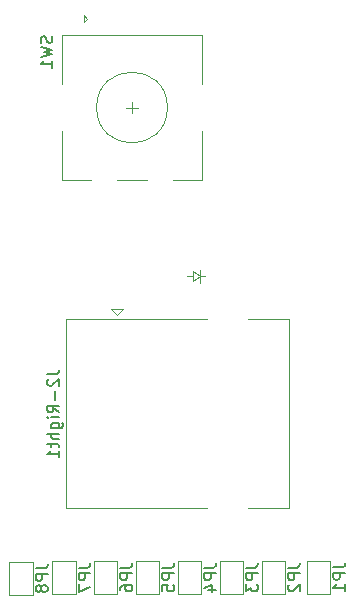
<source format=gbr>
%TF.GenerationSoftware,KiCad,Pcbnew,8.0.3*%
%TF.CreationDate,2024-07-10T08:52:34-07:00*%
%TF.ProjectId,Custom_KB_V1,43757374-6f6d-45f4-9b42-5f56312e6b69,rev?*%
%TF.SameCoordinates,Original*%
%TF.FileFunction,Legend,Bot*%
%TF.FilePolarity,Positive*%
%FSLAX46Y46*%
G04 Gerber Fmt 4.6, Leading zero omitted, Abs format (unit mm)*
G04 Created by KiCad (PCBNEW 8.0.3) date 2024-07-10 08:52:34*
%MOMM*%
%LPD*%
G01*
G04 APERTURE LIST*
%ADD10C,0.150000*%
%ADD11C,0.120000*%
%ADD12C,0.100000*%
G04 APERTURE END LIST*
D10*
X176738451Y-60435444D02*
X176786070Y-60578301D01*
X176786070Y-60578301D02*
X176786070Y-60816396D01*
X176786070Y-60816396D02*
X176738451Y-60911634D01*
X176738451Y-60911634D02*
X176690831Y-60959253D01*
X176690831Y-60959253D02*
X176595593Y-61006872D01*
X176595593Y-61006872D02*
X176500355Y-61006872D01*
X176500355Y-61006872D02*
X176405117Y-60959253D01*
X176405117Y-60959253D02*
X176357498Y-60911634D01*
X176357498Y-60911634D02*
X176309879Y-60816396D01*
X176309879Y-60816396D02*
X176262260Y-60625920D01*
X176262260Y-60625920D02*
X176214641Y-60530682D01*
X176214641Y-60530682D02*
X176167022Y-60483063D01*
X176167022Y-60483063D02*
X176071784Y-60435444D01*
X176071784Y-60435444D02*
X175976546Y-60435444D01*
X175976546Y-60435444D02*
X175881308Y-60483063D01*
X175881308Y-60483063D02*
X175833689Y-60530682D01*
X175833689Y-60530682D02*
X175786070Y-60625920D01*
X175786070Y-60625920D02*
X175786070Y-60864015D01*
X175786070Y-60864015D02*
X175833689Y-61006872D01*
X175786070Y-61340206D02*
X176786070Y-61578301D01*
X176786070Y-61578301D02*
X176071784Y-61768777D01*
X176071784Y-61768777D02*
X176786070Y-61959253D01*
X176786070Y-61959253D02*
X175786070Y-62197349D01*
X176786070Y-63102110D02*
X176786070Y-62530682D01*
X176786070Y-62816396D02*
X175786070Y-62816396D01*
X175786070Y-62816396D02*
X175928927Y-62721158D01*
X175928927Y-62721158D02*
X176024165Y-62625920D01*
X176024165Y-62625920D02*
X176071784Y-62530682D01*
X200579537Y-105393462D02*
X201293822Y-105393462D01*
X201293822Y-105393462D02*
X201436679Y-105345843D01*
X201436679Y-105345843D02*
X201531918Y-105250605D01*
X201531918Y-105250605D02*
X201579537Y-105107748D01*
X201579537Y-105107748D02*
X201579537Y-105012510D01*
X201579537Y-105869653D02*
X200579537Y-105869653D01*
X200579537Y-105869653D02*
X200579537Y-106250605D01*
X200579537Y-106250605D02*
X200627156Y-106345843D01*
X200627156Y-106345843D02*
X200674775Y-106393462D01*
X200674775Y-106393462D02*
X200770013Y-106441081D01*
X200770013Y-106441081D02*
X200912870Y-106441081D01*
X200912870Y-106441081D02*
X201008108Y-106393462D01*
X201008108Y-106393462D02*
X201055727Y-106345843D01*
X201055727Y-106345843D02*
X201103346Y-106250605D01*
X201103346Y-106250605D02*
X201103346Y-105869653D01*
X201579537Y-107393462D02*
X201579537Y-106822034D01*
X201579537Y-107107748D02*
X200579537Y-107107748D01*
X200579537Y-107107748D02*
X200722394Y-107012510D01*
X200722394Y-107012510D02*
X200817632Y-106917272D01*
X200817632Y-106917272D02*
X200865251Y-106822034D01*
X196754727Y-105441982D02*
X197469012Y-105441982D01*
X197469012Y-105441982D02*
X197611869Y-105394363D01*
X197611869Y-105394363D02*
X197707108Y-105299125D01*
X197707108Y-105299125D02*
X197754727Y-105156268D01*
X197754727Y-105156268D02*
X197754727Y-105061030D01*
X197754727Y-105918173D02*
X196754727Y-105918173D01*
X196754727Y-105918173D02*
X196754727Y-106299125D01*
X196754727Y-106299125D02*
X196802346Y-106394363D01*
X196802346Y-106394363D02*
X196849965Y-106441982D01*
X196849965Y-106441982D02*
X196945203Y-106489601D01*
X196945203Y-106489601D02*
X197088060Y-106489601D01*
X197088060Y-106489601D02*
X197183298Y-106441982D01*
X197183298Y-106441982D02*
X197230917Y-106394363D01*
X197230917Y-106394363D02*
X197278536Y-106299125D01*
X197278536Y-106299125D02*
X197278536Y-105918173D01*
X196849965Y-106870554D02*
X196802346Y-106918173D01*
X196802346Y-106918173D02*
X196754727Y-107013411D01*
X196754727Y-107013411D02*
X196754727Y-107251506D01*
X196754727Y-107251506D02*
X196802346Y-107346744D01*
X196802346Y-107346744D02*
X196849965Y-107394363D01*
X196849965Y-107394363D02*
X196945203Y-107441982D01*
X196945203Y-107441982D02*
X197040441Y-107441982D01*
X197040441Y-107441982D02*
X197183298Y-107394363D01*
X197183298Y-107394363D02*
X197754727Y-106822935D01*
X197754727Y-106822935D02*
X197754727Y-107441982D01*
X189654727Y-105441982D02*
X190369012Y-105441982D01*
X190369012Y-105441982D02*
X190511869Y-105394363D01*
X190511869Y-105394363D02*
X190607108Y-105299125D01*
X190607108Y-105299125D02*
X190654727Y-105156268D01*
X190654727Y-105156268D02*
X190654727Y-105061030D01*
X190654727Y-105918173D02*
X189654727Y-105918173D01*
X189654727Y-105918173D02*
X189654727Y-106299125D01*
X189654727Y-106299125D02*
X189702346Y-106394363D01*
X189702346Y-106394363D02*
X189749965Y-106441982D01*
X189749965Y-106441982D02*
X189845203Y-106489601D01*
X189845203Y-106489601D02*
X189988060Y-106489601D01*
X189988060Y-106489601D02*
X190083298Y-106441982D01*
X190083298Y-106441982D02*
X190130917Y-106394363D01*
X190130917Y-106394363D02*
X190178536Y-106299125D01*
X190178536Y-106299125D02*
X190178536Y-105918173D01*
X189988060Y-107346744D02*
X190654727Y-107346744D01*
X189607108Y-107108649D02*
X190321393Y-106870554D01*
X190321393Y-106870554D02*
X190321393Y-107489601D01*
X179004727Y-105441982D02*
X179719012Y-105441982D01*
X179719012Y-105441982D02*
X179861869Y-105394363D01*
X179861869Y-105394363D02*
X179957108Y-105299125D01*
X179957108Y-105299125D02*
X180004727Y-105156268D01*
X180004727Y-105156268D02*
X180004727Y-105061030D01*
X180004727Y-105918173D02*
X179004727Y-105918173D01*
X179004727Y-105918173D02*
X179004727Y-106299125D01*
X179004727Y-106299125D02*
X179052346Y-106394363D01*
X179052346Y-106394363D02*
X179099965Y-106441982D01*
X179099965Y-106441982D02*
X179195203Y-106489601D01*
X179195203Y-106489601D02*
X179338060Y-106489601D01*
X179338060Y-106489601D02*
X179433298Y-106441982D01*
X179433298Y-106441982D02*
X179480917Y-106394363D01*
X179480917Y-106394363D02*
X179528536Y-106299125D01*
X179528536Y-106299125D02*
X179528536Y-105918173D01*
X179004727Y-106822935D02*
X179004727Y-107489601D01*
X179004727Y-107489601D02*
X180004727Y-107061030D01*
X175385624Y-105489323D02*
X176099909Y-105489323D01*
X176099909Y-105489323D02*
X176242766Y-105441704D01*
X176242766Y-105441704D02*
X176338005Y-105346466D01*
X176338005Y-105346466D02*
X176385624Y-105203609D01*
X176385624Y-105203609D02*
X176385624Y-105108371D01*
X176385624Y-105965514D02*
X175385624Y-105965514D01*
X175385624Y-105965514D02*
X175385624Y-106346466D01*
X175385624Y-106346466D02*
X175433243Y-106441704D01*
X175433243Y-106441704D02*
X175480862Y-106489323D01*
X175480862Y-106489323D02*
X175576100Y-106536942D01*
X175576100Y-106536942D02*
X175718957Y-106536942D01*
X175718957Y-106536942D02*
X175814195Y-106489323D01*
X175814195Y-106489323D02*
X175861814Y-106441704D01*
X175861814Y-106441704D02*
X175909433Y-106346466D01*
X175909433Y-106346466D02*
X175909433Y-105965514D01*
X175814195Y-107108371D02*
X175766576Y-107013133D01*
X175766576Y-107013133D02*
X175718957Y-106965514D01*
X175718957Y-106965514D02*
X175623719Y-106917895D01*
X175623719Y-106917895D02*
X175576100Y-106917895D01*
X175576100Y-106917895D02*
X175480862Y-106965514D01*
X175480862Y-106965514D02*
X175433243Y-107013133D01*
X175433243Y-107013133D02*
X175385624Y-107108371D01*
X175385624Y-107108371D02*
X175385624Y-107298847D01*
X175385624Y-107298847D02*
X175433243Y-107394085D01*
X175433243Y-107394085D02*
X175480862Y-107441704D01*
X175480862Y-107441704D02*
X175576100Y-107489323D01*
X175576100Y-107489323D02*
X175623719Y-107489323D01*
X175623719Y-107489323D02*
X175718957Y-107441704D01*
X175718957Y-107441704D02*
X175766576Y-107394085D01*
X175766576Y-107394085D02*
X175814195Y-107298847D01*
X175814195Y-107298847D02*
X175814195Y-107108371D01*
X175814195Y-107108371D02*
X175861814Y-107013133D01*
X175861814Y-107013133D02*
X175909433Y-106965514D01*
X175909433Y-106965514D02*
X176004671Y-106917895D01*
X176004671Y-106917895D02*
X176195147Y-106917895D01*
X176195147Y-106917895D02*
X176290385Y-106965514D01*
X176290385Y-106965514D02*
X176338005Y-107013133D01*
X176338005Y-107013133D02*
X176385624Y-107108371D01*
X176385624Y-107108371D02*
X176385624Y-107298847D01*
X176385624Y-107298847D02*
X176338005Y-107394085D01*
X176338005Y-107394085D02*
X176290385Y-107441704D01*
X176290385Y-107441704D02*
X176195147Y-107489323D01*
X176195147Y-107489323D02*
X176004671Y-107489323D01*
X176004671Y-107489323D02*
X175909433Y-107441704D01*
X175909433Y-107441704D02*
X175861814Y-107394085D01*
X175861814Y-107394085D02*
X175814195Y-107298847D01*
X176357407Y-89046437D02*
X177071692Y-89046437D01*
X177071692Y-89046437D02*
X177214549Y-88998818D01*
X177214549Y-88998818D02*
X177309788Y-88903580D01*
X177309788Y-88903580D02*
X177357407Y-88760723D01*
X177357407Y-88760723D02*
X177357407Y-88665485D01*
X176452645Y-89475009D02*
X176405026Y-89522628D01*
X176405026Y-89522628D02*
X176357407Y-89617866D01*
X176357407Y-89617866D02*
X176357407Y-89855961D01*
X176357407Y-89855961D02*
X176405026Y-89951199D01*
X176405026Y-89951199D02*
X176452645Y-89998818D01*
X176452645Y-89998818D02*
X176547883Y-90046437D01*
X176547883Y-90046437D02*
X176643121Y-90046437D01*
X176643121Y-90046437D02*
X176785978Y-89998818D01*
X176785978Y-89998818D02*
X177357407Y-89427390D01*
X177357407Y-89427390D02*
X177357407Y-90046437D01*
X176976454Y-90475009D02*
X176976454Y-91236914D01*
X177357407Y-92284532D02*
X176881216Y-91951199D01*
X177357407Y-91713104D02*
X176357407Y-91713104D01*
X176357407Y-91713104D02*
X176357407Y-92094056D01*
X176357407Y-92094056D02*
X176405026Y-92189294D01*
X176405026Y-92189294D02*
X176452645Y-92236913D01*
X176452645Y-92236913D02*
X176547883Y-92284532D01*
X176547883Y-92284532D02*
X176690740Y-92284532D01*
X176690740Y-92284532D02*
X176785978Y-92236913D01*
X176785978Y-92236913D02*
X176833597Y-92189294D01*
X176833597Y-92189294D02*
X176881216Y-92094056D01*
X176881216Y-92094056D02*
X176881216Y-91713104D01*
X177357407Y-92713104D02*
X176690740Y-92713104D01*
X176357407Y-92713104D02*
X176405026Y-92665485D01*
X176405026Y-92665485D02*
X176452645Y-92713104D01*
X176452645Y-92713104D02*
X176405026Y-92760723D01*
X176405026Y-92760723D02*
X176357407Y-92713104D01*
X176357407Y-92713104D02*
X176452645Y-92713104D01*
X176690740Y-93617865D02*
X177500264Y-93617865D01*
X177500264Y-93617865D02*
X177595502Y-93570246D01*
X177595502Y-93570246D02*
X177643121Y-93522627D01*
X177643121Y-93522627D02*
X177690740Y-93427389D01*
X177690740Y-93427389D02*
X177690740Y-93284532D01*
X177690740Y-93284532D02*
X177643121Y-93189294D01*
X177309788Y-93617865D02*
X177357407Y-93522627D01*
X177357407Y-93522627D02*
X177357407Y-93332151D01*
X177357407Y-93332151D02*
X177309788Y-93236913D01*
X177309788Y-93236913D02*
X177262168Y-93189294D01*
X177262168Y-93189294D02*
X177166930Y-93141675D01*
X177166930Y-93141675D02*
X176881216Y-93141675D01*
X176881216Y-93141675D02*
X176785978Y-93189294D01*
X176785978Y-93189294D02*
X176738359Y-93236913D01*
X176738359Y-93236913D02*
X176690740Y-93332151D01*
X176690740Y-93332151D02*
X176690740Y-93522627D01*
X176690740Y-93522627D02*
X176738359Y-93617865D01*
X177357407Y-94094056D02*
X176357407Y-94094056D01*
X177357407Y-94522627D02*
X176833597Y-94522627D01*
X176833597Y-94522627D02*
X176738359Y-94475008D01*
X176738359Y-94475008D02*
X176690740Y-94379770D01*
X176690740Y-94379770D02*
X176690740Y-94236913D01*
X176690740Y-94236913D02*
X176738359Y-94141675D01*
X176738359Y-94141675D02*
X176785978Y-94094056D01*
X176690740Y-94855961D02*
X176690740Y-95236913D01*
X176357407Y-94998818D02*
X177214549Y-94998818D01*
X177214549Y-94998818D02*
X177309788Y-95046437D01*
X177309788Y-95046437D02*
X177357407Y-95141675D01*
X177357407Y-95141675D02*
X177357407Y-95236913D01*
X177357407Y-96094056D02*
X177357407Y-95522628D01*
X177357407Y-95808342D02*
X176357407Y-95808342D01*
X176357407Y-95808342D02*
X176500264Y-95713104D01*
X176500264Y-95713104D02*
X176595502Y-95617866D01*
X176595502Y-95617866D02*
X176643121Y-95522628D01*
X182554727Y-105441982D02*
X183269012Y-105441982D01*
X183269012Y-105441982D02*
X183411869Y-105394363D01*
X183411869Y-105394363D02*
X183507108Y-105299125D01*
X183507108Y-105299125D02*
X183554727Y-105156268D01*
X183554727Y-105156268D02*
X183554727Y-105061030D01*
X183554727Y-105918173D02*
X182554727Y-105918173D01*
X182554727Y-105918173D02*
X182554727Y-106299125D01*
X182554727Y-106299125D02*
X182602346Y-106394363D01*
X182602346Y-106394363D02*
X182649965Y-106441982D01*
X182649965Y-106441982D02*
X182745203Y-106489601D01*
X182745203Y-106489601D02*
X182888060Y-106489601D01*
X182888060Y-106489601D02*
X182983298Y-106441982D01*
X182983298Y-106441982D02*
X183030917Y-106394363D01*
X183030917Y-106394363D02*
X183078536Y-106299125D01*
X183078536Y-106299125D02*
X183078536Y-105918173D01*
X182554727Y-107346744D02*
X182554727Y-107156268D01*
X182554727Y-107156268D02*
X182602346Y-107061030D01*
X182602346Y-107061030D02*
X182649965Y-107013411D01*
X182649965Y-107013411D02*
X182792822Y-106918173D01*
X182792822Y-106918173D02*
X182983298Y-106870554D01*
X182983298Y-106870554D02*
X183364250Y-106870554D01*
X183364250Y-106870554D02*
X183459488Y-106918173D01*
X183459488Y-106918173D02*
X183507108Y-106965792D01*
X183507108Y-106965792D02*
X183554727Y-107061030D01*
X183554727Y-107061030D02*
X183554727Y-107251506D01*
X183554727Y-107251506D02*
X183507108Y-107346744D01*
X183507108Y-107346744D02*
X183459488Y-107394363D01*
X183459488Y-107394363D02*
X183364250Y-107441982D01*
X183364250Y-107441982D02*
X183126155Y-107441982D01*
X183126155Y-107441982D02*
X183030917Y-107394363D01*
X183030917Y-107394363D02*
X182983298Y-107346744D01*
X182983298Y-107346744D02*
X182935679Y-107251506D01*
X182935679Y-107251506D02*
X182935679Y-107061030D01*
X182935679Y-107061030D02*
X182983298Y-106965792D01*
X182983298Y-106965792D02*
X183030917Y-106918173D01*
X183030917Y-106918173D02*
X183126155Y-106870554D01*
X186104727Y-105441982D02*
X186819012Y-105441982D01*
X186819012Y-105441982D02*
X186961869Y-105394363D01*
X186961869Y-105394363D02*
X187057108Y-105299125D01*
X187057108Y-105299125D02*
X187104727Y-105156268D01*
X187104727Y-105156268D02*
X187104727Y-105061030D01*
X187104727Y-105918173D02*
X186104727Y-105918173D01*
X186104727Y-105918173D02*
X186104727Y-106299125D01*
X186104727Y-106299125D02*
X186152346Y-106394363D01*
X186152346Y-106394363D02*
X186199965Y-106441982D01*
X186199965Y-106441982D02*
X186295203Y-106489601D01*
X186295203Y-106489601D02*
X186438060Y-106489601D01*
X186438060Y-106489601D02*
X186533298Y-106441982D01*
X186533298Y-106441982D02*
X186580917Y-106394363D01*
X186580917Y-106394363D02*
X186628536Y-106299125D01*
X186628536Y-106299125D02*
X186628536Y-105918173D01*
X186104727Y-107394363D02*
X186104727Y-106918173D01*
X186104727Y-106918173D02*
X186580917Y-106870554D01*
X186580917Y-106870554D02*
X186533298Y-106918173D01*
X186533298Y-106918173D02*
X186485679Y-107013411D01*
X186485679Y-107013411D02*
X186485679Y-107251506D01*
X186485679Y-107251506D02*
X186533298Y-107346744D01*
X186533298Y-107346744D02*
X186580917Y-107394363D01*
X186580917Y-107394363D02*
X186676155Y-107441982D01*
X186676155Y-107441982D02*
X186914250Y-107441982D01*
X186914250Y-107441982D02*
X187009488Y-107394363D01*
X187009488Y-107394363D02*
X187057108Y-107346744D01*
X187057108Y-107346744D02*
X187104727Y-107251506D01*
X187104727Y-107251506D02*
X187104727Y-107013411D01*
X187104727Y-107013411D02*
X187057108Y-106918173D01*
X187057108Y-106918173D02*
X187009488Y-106870554D01*
X193204727Y-105441982D02*
X193919012Y-105441982D01*
X193919012Y-105441982D02*
X194061869Y-105394363D01*
X194061869Y-105394363D02*
X194157108Y-105299125D01*
X194157108Y-105299125D02*
X194204727Y-105156268D01*
X194204727Y-105156268D02*
X194204727Y-105061030D01*
X194204727Y-105918173D02*
X193204727Y-105918173D01*
X193204727Y-105918173D02*
X193204727Y-106299125D01*
X193204727Y-106299125D02*
X193252346Y-106394363D01*
X193252346Y-106394363D02*
X193299965Y-106441982D01*
X193299965Y-106441982D02*
X193395203Y-106489601D01*
X193395203Y-106489601D02*
X193538060Y-106489601D01*
X193538060Y-106489601D02*
X193633298Y-106441982D01*
X193633298Y-106441982D02*
X193680917Y-106394363D01*
X193680917Y-106394363D02*
X193728536Y-106299125D01*
X193728536Y-106299125D02*
X193728536Y-105918173D01*
X193204727Y-106822935D02*
X193204727Y-107441982D01*
X193204727Y-107441982D02*
X193585679Y-107108649D01*
X193585679Y-107108649D02*
X193585679Y-107251506D01*
X193585679Y-107251506D02*
X193633298Y-107346744D01*
X193633298Y-107346744D02*
X193680917Y-107394363D01*
X193680917Y-107394363D02*
X193776155Y-107441982D01*
X193776155Y-107441982D02*
X194014250Y-107441982D01*
X194014250Y-107441982D02*
X194109488Y-107394363D01*
X194109488Y-107394363D02*
X194157108Y-107346744D01*
X194157108Y-107346744D02*
X194204727Y-107251506D01*
X194204727Y-107251506D02*
X194204727Y-106965792D01*
X194204727Y-106965792D02*
X194157108Y-106870554D01*
X194157108Y-106870554D02*
X194109488Y-106822935D01*
D11*
%TO.C,SW1*%
X189431251Y-60368777D02*
X189431251Y-64468777D01*
X189431251Y-68468777D02*
X189431251Y-72568777D01*
X189431251Y-72568777D02*
X187031251Y-72568777D01*
X183531251Y-66968777D02*
X183531251Y-65968777D01*
X184031251Y-66468777D02*
X183031251Y-66468777D01*
X184831251Y-72568777D02*
X182231251Y-72568777D01*
X179431251Y-58668777D02*
X179731251Y-58968777D01*
X179431251Y-59268777D02*
X179431251Y-58668777D01*
X179731251Y-58968777D02*
X179431251Y-59268777D01*
X189431251Y-60368777D02*
X177631251Y-60368777D01*
X177631251Y-60368777D02*
X177631251Y-64468777D01*
X177631251Y-72568777D02*
X177631251Y-68468777D01*
X180031251Y-72568777D02*
X177631251Y-72568777D01*
X186531251Y-66468777D02*
G75*
G02*
X180531251Y-66468777I-3000000J0D01*
G01*
X180531251Y-66468777D02*
G75*
G02*
X186531251Y-66468777I3000000J0D01*
G01*
%TO.C,JP1*%
X198324718Y-104826796D02*
X200324718Y-104826796D01*
X198324718Y-107626796D02*
X198324718Y-104826796D01*
X200324718Y-104826796D02*
X200324718Y-107626796D01*
X200324718Y-107626796D02*
X198324718Y-107626796D01*
%TO.C,JP2*%
X194499908Y-104875316D02*
X196499908Y-104875316D01*
X194499908Y-107675316D02*
X194499908Y-104875316D01*
X196499908Y-104875316D02*
X196499908Y-107675316D01*
X196499908Y-107675316D02*
X194499908Y-107675316D01*
%TO.C,JP4*%
X187399908Y-104875316D02*
X189399908Y-104875316D01*
X187399908Y-107675316D02*
X187399908Y-104875316D01*
X189399908Y-104875316D02*
X189399908Y-107675316D01*
X189399908Y-107675316D02*
X187399908Y-107675316D01*
%TO.C,JP7*%
X176749908Y-104875316D02*
X178749908Y-104875316D01*
X176749908Y-107675316D02*
X176749908Y-104875316D01*
X178749908Y-104875316D02*
X178749908Y-107675316D01*
X178749908Y-107675316D02*
X176749908Y-107675316D01*
%TO.C,JP8*%
X173130805Y-104922657D02*
X175130805Y-104922657D01*
X173130805Y-107722657D02*
X173130805Y-104922657D01*
X175130805Y-104922657D02*
X175130805Y-107722657D01*
X175130805Y-107722657D02*
X173130805Y-107722657D01*
%TO.C,J2-Right1*%
X177962588Y-84393580D02*
X177962588Y-100413580D01*
X181734588Y-83517580D02*
X182242588Y-84025580D01*
X182242588Y-84025580D02*
X182750588Y-83517580D01*
X182750588Y-83517580D02*
X181734588Y-83517580D01*
X189892588Y-84393580D02*
X177962588Y-84393580D01*
X189892588Y-100413580D02*
X177962588Y-100413580D01*
X196832588Y-84393580D02*
X193392588Y-84393580D01*
X196832588Y-84393580D02*
X196832588Y-100413580D01*
X196832588Y-100413580D02*
X193392589Y-100413580D01*
D12*
%TO.C,D25*%
X188190000Y-80750000D02*
X188689999Y-80750000D01*
X188690000Y-80350000D02*
X189290001Y-80750000D01*
X188690000Y-81150000D02*
X188690000Y-80350000D01*
X189290000Y-81300000D02*
X189290000Y-80200000D01*
X189290001Y-80750000D02*
X188690000Y-81150000D01*
X189290001Y-80750000D02*
X189690000Y-80750000D01*
D11*
%TO.C,JP6*%
X180299908Y-104875316D02*
X182299908Y-104875316D01*
X180299908Y-107675316D02*
X180299908Y-104875316D01*
X182299908Y-104875316D02*
X182299908Y-107675316D01*
X182299908Y-107675316D02*
X180299908Y-107675316D01*
%TO.C,JP5*%
X183849908Y-104875316D02*
X185849908Y-104875316D01*
X183849908Y-107675316D02*
X183849908Y-104875316D01*
X185849908Y-104875316D02*
X185849908Y-107675316D01*
X185849908Y-107675316D02*
X183849908Y-107675316D01*
%TO.C,JP3*%
X190949908Y-104875316D02*
X192949908Y-104875316D01*
X190949908Y-107675316D02*
X190949908Y-104875316D01*
X192949908Y-104875316D02*
X192949908Y-107675316D01*
X192949908Y-107675316D02*
X190949908Y-107675316D01*
%TD*%
M02*

</source>
